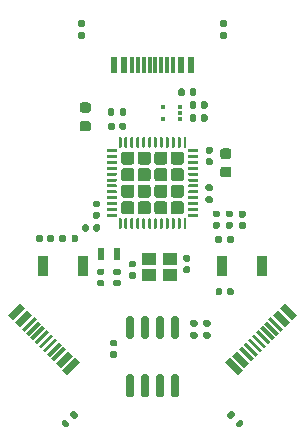
<source format=gtp>
G04 #@! TF.GenerationSoftware,KiCad,Pcbnew,(5.1.10-1-10_14)*
G04 #@! TF.CreationDate,2021-07-26T19:28:28-07:00*
G04 #@! TF.ProjectId,Synapse,53796e61-7073-4652-9e6b-696361645f70,1*
G04 #@! TF.SameCoordinates,Original*
G04 #@! TF.FileFunction,Paste,Top*
G04 #@! TF.FilePolarity,Positive*
%FSLAX46Y46*%
G04 Gerber Fmt 4.6, Leading zero omitted, Abs format (unit mm)*
G04 Created by KiCad (PCBNEW (5.1.10-1-10_14)) date 2021-07-26 19:28:28*
%MOMM*%
%LPD*%
G01*
G04 APERTURE LIST*
%ADD10C,0.152400*%
%ADD11R,0.450000X0.300000*%
%ADD12R,0.600000X1.450000*%
%ADD13R,0.300000X1.450000*%
%ADD14R,1.150000X1.000000*%
%ADD15R,0.600000X1.100000*%
%ADD16R,0.900000X1.700000*%
G04 APERTURE END LIST*
D10*
G36*
X11798370Y-9626440D02*
G01*
X10773066Y-8601136D01*
X11197330Y-8176872D01*
X12222634Y-9202176D01*
X11798370Y-9626440D01*
G37*
G36*
X11232685Y-10192125D02*
G01*
X10207381Y-9166821D01*
X10631645Y-8742557D01*
X11656949Y-9767861D01*
X11232685Y-10192125D01*
G37*
G36*
X7767861Y-13656949D02*
G01*
X6742557Y-12631645D01*
X7166821Y-12207381D01*
X8192125Y-13232685D01*
X7767861Y-13656949D01*
G37*
G36*
X7202176Y-14222634D02*
G01*
X6176872Y-13197330D01*
X6601136Y-12773066D01*
X7626440Y-13798370D01*
X7202176Y-14222634D01*
G37*
G36*
X7202176Y-14222634D02*
G01*
X6176872Y-13197330D01*
X6601136Y-12773066D01*
X7626440Y-13798370D01*
X7202176Y-14222634D01*
G37*
G36*
X7767861Y-13656949D02*
G01*
X6742557Y-12631645D01*
X7166821Y-12207381D01*
X8192125Y-13232685D01*
X7767861Y-13656949D01*
G37*
G36*
X11232685Y-10192125D02*
G01*
X10207381Y-9166821D01*
X10631645Y-8742557D01*
X11656949Y-9767861D01*
X11232685Y-10192125D01*
G37*
G36*
X11798370Y-9626440D02*
G01*
X10773066Y-8601136D01*
X11197330Y-8176872D01*
X12222634Y-9202176D01*
X11798370Y-9626440D01*
G37*
G36*
X8368902Y-13055908D02*
G01*
X7343598Y-12030604D01*
X7555730Y-11818472D01*
X8581034Y-12843776D01*
X8368902Y-13055908D01*
G37*
G36*
X8722456Y-12702355D02*
G01*
X7697152Y-11677051D01*
X7909284Y-11464919D01*
X8934588Y-12490223D01*
X8722456Y-12702355D01*
G37*
G36*
X9076009Y-12348801D02*
G01*
X8050705Y-11323497D01*
X8262837Y-11111365D01*
X9288141Y-12136669D01*
X9076009Y-12348801D01*
G37*
G36*
X9783116Y-11641694D02*
G01*
X8757812Y-10616390D01*
X8969944Y-10404258D01*
X9995248Y-11429562D01*
X9783116Y-11641694D01*
G37*
G36*
X10136669Y-11288141D02*
G01*
X9111365Y-10262837D01*
X9323497Y-10050705D01*
X10348801Y-11076009D01*
X10136669Y-11288141D01*
G37*
G36*
X10490223Y-10934588D02*
G01*
X9464919Y-9909284D01*
X9677051Y-9697152D01*
X10702355Y-10722456D01*
X10490223Y-10934588D01*
G37*
G36*
X10843776Y-10581034D02*
G01*
X9818472Y-9555730D01*
X10030604Y-9343598D01*
X11055908Y-10368902D01*
X10843776Y-10581034D01*
G37*
G36*
X9429562Y-11995248D02*
G01*
X8404258Y-10969944D01*
X8616390Y-10757812D01*
X9641694Y-11783116D01*
X9429562Y-11995248D01*
G37*
D11*
X900000Y8460000D03*
X2300000Y7960000D03*
X900000Y7460000D03*
X2300000Y8460000D03*
X2300000Y7460000D03*
D10*
G36*
X-7626440Y-13798370D02*
G01*
X-6601136Y-12773066D01*
X-6176872Y-13197330D01*
X-7202176Y-14222634D01*
X-7626440Y-13798370D01*
G37*
G36*
X-8192125Y-13232685D02*
G01*
X-7166821Y-12207381D01*
X-6742557Y-12631645D01*
X-7767861Y-13656949D01*
X-8192125Y-13232685D01*
G37*
G36*
X-11656949Y-9767861D02*
G01*
X-10631645Y-8742557D01*
X-10207381Y-9166821D01*
X-11232685Y-10192125D01*
X-11656949Y-9767861D01*
G37*
G36*
X-12222634Y-9202176D02*
G01*
X-11197330Y-8176872D01*
X-10773066Y-8601136D01*
X-11798370Y-9626440D01*
X-12222634Y-9202176D01*
G37*
G36*
X-12222634Y-9202176D02*
G01*
X-11197330Y-8176872D01*
X-10773066Y-8601136D01*
X-11798370Y-9626440D01*
X-12222634Y-9202176D01*
G37*
G36*
X-11656949Y-9767861D02*
G01*
X-10631645Y-8742557D01*
X-10207381Y-9166821D01*
X-11232685Y-10192125D01*
X-11656949Y-9767861D01*
G37*
G36*
X-8192125Y-13232685D02*
G01*
X-7166821Y-12207381D01*
X-6742557Y-12631645D01*
X-7767861Y-13656949D01*
X-8192125Y-13232685D01*
G37*
G36*
X-7626440Y-13798370D02*
G01*
X-6601136Y-12773066D01*
X-6176872Y-13197330D01*
X-7202176Y-14222634D01*
X-7626440Y-13798370D01*
G37*
G36*
X-11055908Y-10368902D02*
G01*
X-10030604Y-9343598D01*
X-9818472Y-9555730D01*
X-10843776Y-10581034D01*
X-11055908Y-10368902D01*
G37*
G36*
X-10702355Y-10722456D02*
G01*
X-9677051Y-9697152D01*
X-9464919Y-9909284D01*
X-10490223Y-10934588D01*
X-10702355Y-10722456D01*
G37*
G36*
X-10348801Y-11076009D02*
G01*
X-9323497Y-10050705D01*
X-9111365Y-10262837D01*
X-10136669Y-11288141D01*
X-10348801Y-11076009D01*
G37*
G36*
X-9641694Y-11783116D02*
G01*
X-8616390Y-10757812D01*
X-8404258Y-10969944D01*
X-9429562Y-11995248D01*
X-9641694Y-11783116D01*
G37*
G36*
X-9288141Y-12136669D02*
G01*
X-8262837Y-11111365D01*
X-8050705Y-11323497D01*
X-9076009Y-12348801D01*
X-9288141Y-12136669D01*
G37*
G36*
X-8934588Y-12490223D02*
G01*
X-7909284Y-11464919D01*
X-7697152Y-11677051D01*
X-8722456Y-12702355D01*
X-8934588Y-12490223D01*
G37*
G36*
X-8581034Y-12843776D02*
G01*
X-7555730Y-11818472D01*
X-7343598Y-12030604D01*
X-8368902Y-13055908D01*
X-8581034Y-12843776D01*
G37*
G36*
X-9995248Y-11429562D02*
G01*
X-8969944Y-10404258D01*
X-8757812Y-10616390D01*
X-9783116Y-11641694D01*
X-9995248Y-11429562D01*
G37*
D12*
X-3250000Y11955000D03*
X-2450000Y11955000D03*
X2450000Y11955000D03*
X3250000Y11955000D03*
X3250000Y11955000D03*
X2450000Y11955000D03*
X-2450000Y11955000D03*
X-3250000Y11955000D03*
D13*
X1750000Y11955000D03*
X1250000Y11955000D03*
X750000Y11955000D03*
X-250000Y11955000D03*
X-750000Y11955000D03*
X-1250000Y11955000D03*
X-1750000Y11955000D03*
X250000Y11955000D03*
D14*
X-275000Y-4400000D03*
X1475000Y-4400000D03*
X1475000Y-5800000D03*
X-275000Y-5800000D03*
D15*
X-3000000Y-4000000D03*
X-4400000Y-4000000D03*
G36*
G01*
X2415000Y3535000D02*
X1785000Y3535000D01*
G75*
G02*
X1535000Y3785000I0J250000D01*
G01*
X1535000Y4415000D01*
G75*
G02*
X1785000Y4665000I250000J0D01*
G01*
X2415000Y4665000D01*
G75*
G02*
X2665000Y4415000I0J-250000D01*
G01*
X2665000Y3785000D01*
G75*
G02*
X2415000Y3535000I-250000J0D01*
G01*
G37*
G36*
G01*
X1015000Y3535000D02*
X385000Y3535000D01*
G75*
G02*
X135000Y3785000I0J250000D01*
G01*
X135000Y4415000D01*
G75*
G02*
X385000Y4665000I250000J0D01*
G01*
X1015000Y4665000D01*
G75*
G02*
X1265000Y4415000I0J-250000D01*
G01*
X1265000Y3785000D01*
G75*
G02*
X1015000Y3535000I-250000J0D01*
G01*
G37*
G36*
G01*
X-385000Y3535000D02*
X-1015000Y3535000D01*
G75*
G02*
X-1265000Y3785000I0J250000D01*
G01*
X-1265000Y4415000D01*
G75*
G02*
X-1015000Y4665000I250000J0D01*
G01*
X-385000Y4665000D01*
G75*
G02*
X-135000Y4415000I0J-250000D01*
G01*
X-135000Y3785000D01*
G75*
G02*
X-385000Y3535000I-250000J0D01*
G01*
G37*
G36*
G01*
X-1785000Y3535000D02*
X-2415000Y3535000D01*
G75*
G02*
X-2665000Y3785000I0J250000D01*
G01*
X-2665000Y4415000D01*
G75*
G02*
X-2415000Y4665000I250000J0D01*
G01*
X-1785000Y4665000D01*
G75*
G02*
X-1535000Y4415000I0J-250000D01*
G01*
X-1535000Y3785000D01*
G75*
G02*
X-1785000Y3535000I-250000J0D01*
G01*
G37*
G36*
G01*
X2415000Y2135000D02*
X1785000Y2135000D01*
G75*
G02*
X1535000Y2385000I0J250000D01*
G01*
X1535000Y3015000D01*
G75*
G02*
X1785000Y3265000I250000J0D01*
G01*
X2415000Y3265000D01*
G75*
G02*
X2665000Y3015000I0J-250000D01*
G01*
X2665000Y2385000D01*
G75*
G02*
X2415000Y2135000I-250000J0D01*
G01*
G37*
G36*
G01*
X1015000Y2135000D02*
X385000Y2135000D01*
G75*
G02*
X135000Y2385000I0J250000D01*
G01*
X135000Y3015000D01*
G75*
G02*
X385000Y3265000I250000J0D01*
G01*
X1015000Y3265000D01*
G75*
G02*
X1265000Y3015000I0J-250000D01*
G01*
X1265000Y2385000D01*
G75*
G02*
X1015000Y2135000I-250000J0D01*
G01*
G37*
G36*
G01*
X-385000Y2135000D02*
X-1015000Y2135000D01*
G75*
G02*
X-1265000Y2385000I0J250000D01*
G01*
X-1265000Y3015000D01*
G75*
G02*
X-1015000Y3265000I250000J0D01*
G01*
X-385000Y3265000D01*
G75*
G02*
X-135000Y3015000I0J-250000D01*
G01*
X-135000Y2385000D01*
G75*
G02*
X-385000Y2135000I-250000J0D01*
G01*
G37*
G36*
G01*
X-1785000Y2135000D02*
X-2415000Y2135000D01*
G75*
G02*
X-2665000Y2385000I0J250000D01*
G01*
X-2665000Y3015000D01*
G75*
G02*
X-2415000Y3265000I250000J0D01*
G01*
X-1785000Y3265000D01*
G75*
G02*
X-1535000Y3015000I0J-250000D01*
G01*
X-1535000Y2385000D01*
G75*
G02*
X-1785000Y2135000I-250000J0D01*
G01*
G37*
G36*
G01*
X2415000Y735000D02*
X1785000Y735000D01*
G75*
G02*
X1535000Y985000I0J250000D01*
G01*
X1535000Y1615000D01*
G75*
G02*
X1785000Y1865000I250000J0D01*
G01*
X2415000Y1865000D01*
G75*
G02*
X2665000Y1615000I0J-250000D01*
G01*
X2665000Y985000D01*
G75*
G02*
X2415000Y735000I-250000J0D01*
G01*
G37*
G36*
G01*
X1015000Y735000D02*
X385000Y735000D01*
G75*
G02*
X135000Y985000I0J250000D01*
G01*
X135000Y1615000D01*
G75*
G02*
X385000Y1865000I250000J0D01*
G01*
X1015000Y1865000D01*
G75*
G02*
X1265000Y1615000I0J-250000D01*
G01*
X1265000Y985000D01*
G75*
G02*
X1015000Y735000I-250000J0D01*
G01*
G37*
G36*
G01*
X-385000Y735000D02*
X-1015000Y735000D01*
G75*
G02*
X-1265000Y985000I0J250000D01*
G01*
X-1265000Y1615000D01*
G75*
G02*
X-1015000Y1865000I250000J0D01*
G01*
X-385000Y1865000D01*
G75*
G02*
X-135000Y1615000I0J-250000D01*
G01*
X-135000Y985000D01*
G75*
G02*
X-385000Y735000I-250000J0D01*
G01*
G37*
G36*
G01*
X-1785000Y735000D02*
X-2415000Y735000D01*
G75*
G02*
X-2665000Y985000I0J250000D01*
G01*
X-2665000Y1615000D01*
G75*
G02*
X-2415000Y1865000I250000J0D01*
G01*
X-1785000Y1865000D01*
G75*
G02*
X-1535000Y1615000I0J-250000D01*
G01*
X-1535000Y985000D01*
G75*
G02*
X-1785000Y735000I-250000J0D01*
G01*
G37*
G36*
G01*
X2415000Y-665000D02*
X1785000Y-665000D01*
G75*
G02*
X1535000Y-415000I0J250000D01*
G01*
X1535000Y215000D01*
G75*
G02*
X1785000Y465000I250000J0D01*
G01*
X2415000Y465000D01*
G75*
G02*
X2665000Y215000I0J-250000D01*
G01*
X2665000Y-415000D01*
G75*
G02*
X2415000Y-665000I-250000J0D01*
G01*
G37*
G36*
G01*
X1015000Y-665000D02*
X385000Y-665000D01*
G75*
G02*
X135000Y-415000I0J250000D01*
G01*
X135000Y215000D01*
G75*
G02*
X385000Y465000I250000J0D01*
G01*
X1015000Y465000D01*
G75*
G02*
X1265000Y215000I0J-250000D01*
G01*
X1265000Y-415000D01*
G75*
G02*
X1015000Y-665000I-250000J0D01*
G01*
G37*
G36*
G01*
X-385000Y-665000D02*
X-1015000Y-665000D01*
G75*
G02*
X-1265000Y-415000I0J250000D01*
G01*
X-1265000Y215000D01*
G75*
G02*
X-1015000Y465000I250000J0D01*
G01*
X-385000Y465000D01*
G75*
G02*
X-135000Y215000I0J-250000D01*
G01*
X-135000Y-415000D01*
G75*
G02*
X-385000Y-665000I-250000J0D01*
G01*
G37*
G36*
G01*
X-1785000Y-665000D02*
X-2415000Y-665000D01*
G75*
G02*
X-2665000Y-415000I0J250000D01*
G01*
X-2665000Y215000D01*
G75*
G02*
X-2415000Y465000I250000J0D01*
G01*
X-1785000Y465000D01*
G75*
G02*
X-1535000Y215000I0J-250000D01*
G01*
X-1535000Y-415000D01*
G75*
G02*
X-1785000Y-665000I-250000J0D01*
G01*
G37*
G36*
G01*
X-3062500Y-875000D02*
X-3812500Y-875000D01*
G75*
G02*
X-3875000Y-812500I0J62500D01*
G01*
X-3875000Y-687500D01*
G75*
G02*
X-3812500Y-625000I62500J0D01*
G01*
X-3062500Y-625000D01*
G75*
G02*
X-3000000Y-687500I0J-62500D01*
G01*
X-3000000Y-812500D01*
G75*
G02*
X-3062500Y-875000I-62500J0D01*
G01*
G37*
G36*
G01*
X-3062500Y-375000D02*
X-3812500Y-375000D01*
G75*
G02*
X-3875000Y-312500I0J62500D01*
G01*
X-3875000Y-187500D01*
G75*
G02*
X-3812500Y-125000I62500J0D01*
G01*
X-3062500Y-125000D01*
G75*
G02*
X-3000000Y-187500I0J-62500D01*
G01*
X-3000000Y-312500D01*
G75*
G02*
X-3062500Y-375000I-62500J0D01*
G01*
G37*
G36*
G01*
X-3062500Y125000D02*
X-3812500Y125000D01*
G75*
G02*
X-3875000Y187500I0J62500D01*
G01*
X-3875000Y312500D01*
G75*
G02*
X-3812500Y375000I62500J0D01*
G01*
X-3062500Y375000D01*
G75*
G02*
X-3000000Y312500I0J-62500D01*
G01*
X-3000000Y187500D01*
G75*
G02*
X-3062500Y125000I-62500J0D01*
G01*
G37*
G36*
G01*
X-3062500Y625000D02*
X-3812500Y625000D01*
G75*
G02*
X-3875000Y687500I0J62500D01*
G01*
X-3875000Y812500D01*
G75*
G02*
X-3812500Y875000I62500J0D01*
G01*
X-3062500Y875000D01*
G75*
G02*
X-3000000Y812500I0J-62500D01*
G01*
X-3000000Y687500D01*
G75*
G02*
X-3062500Y625000I-62500J0D01*
G01*
G37*
G36*
G01*
X-3062500Y1125000D02*
X-3812500Y1125000D01*
G75*
G02*
X-3875000Y1187500I0J62500D01*
G01*
X-3875000Y1312500D01*
G75*
G02*
X-3812500Y1375000I62500J0D01*
G01*
X-3062500Y1375000D01*
G75*
G02*
X-3000000Y1312500I0J-62500D01*
G01*
X-3000000Y1187500D01*
G75*
G02*
X-3062500Y1125000I-62500J0D01*
G01*
G37*
G36*
G01*
X-3062500Y1625000D02*
X-3812500Y1625000D01*
G75*
G02*
X-3875000Y1687500I0J62500D01*
G01*
X-3875000Y1812500D01*
G75*
G02*
X-3812500Y1875000I62500J0D01*
G01*
X-3062500Y1875000D01*
G75*
G02*
X-3000000Y1812500I0J-62500D01*
G01*
X-3000000Y1687500D01*
G75*
G02*
X-3062500Y1625000I-62500J0D01*
G01*
G37*
G36*
G01*
X-3062500Y2125000D02*
X-3812500Y2125000D01*
G75*
G02*
X-3875000Y2187500I0J62500D01*
G01*
X-3875000Y2312500D01*
G75*
G02*
X-3812500Y2375000I62500J0D01*
G01*
X-3062500Y2375000D01*
G75*
G02*
X-3000000Y2312500I0J-62500D01*
G01*
X-3000000Y2187500D01*
G75*
G02*
X-3062500Y2125000I-62500J0D01*
G01*
G37*
G36*
G01*
X-3062500Y2625000D02*
X-3812500Y2625000D01*
G75*
G02*
X-3875000Y2687500I0J62500D01*
G01*
X-3875000Y2812500D01*
G75*
G02*
X-3812500Y2875000I62500J0D01*
G01*
X-3062500Y2875000D01*
G75*
G02*
X-3000000Y2812500I0J-62500D01*
G01*
X-3000000Y2687500D01*
G75*
G02*
X-3062500Y2625000I-62500J0D01*
G01*
G37*
G36*
G01*
X-3062500Y3125000D02*
X-3812500Y3125000D01*
G75*
G02*
X-3875000Y3187500I0J62500D01*
G01*
X-3875000Y3312500D01*
G75*
G02*
X-3812500Y3375000I62500J0D01*
G01*
X-3062500Y3375000D01*
G75*
G02*
X-3000000Y3312500I0J-62500D01*
G01*
X-3000000Y3187500D01*
G75*
G02*
X-3062500Y3125000I-62500J0D01*
G01*
G37*
G36*
G01*
X-3062500Y3625000D02*
X-3812500Y3625000D01*
G75*
G02*
X-3875000Y3687500I0J62500D01*
G01*
X-3875000Y3812500D01*
G75*
G02*
X-3812500Y3875000I62500J0D01*
G01*
X-3062500Y3875000D01*
G75*
G02*
X-3000000Y3812500I0J-62500D01*
G01*
X-3000000Y3687500D01*
G75*
G02*
X-3062500Y3625000I-62500J0D01*
G01*
G37*
G36*
G01*
X-3062500Y4125000D02*
X-3812500Y4125000D01*
G75*
G02*
X-3875000Y4187500I0J62500D01*
G01*
X-3875000Y4312500D01*
G75*
G02*
X-3812500Y4375000I62500J0D01*
G01*
X-3062500Y4375000D01*
G75*
G02*
X-3000000Y4312500I0J-62500D01*
G01*
X-3000000Y4187500D01*
G75*
G02*
X-3062500Y4125000I-62500J0D01*
G01*
G37*
G36*
G01*
X-3062500Y4625000D02*
X-3812500Y4625000D01*
G75*
G02*
X-3875000Y4687500I0J62500D01*
G01*
X-3875000Y4812500D01*
G75*
G02*
X-3812500Y4875000I62500J0D01*
G01*
X-3062500Y4875000D01*
G75*
G02*
X-3000000Y4812500I0J-62500D01*
G01*
X-3000000Y4687500D01*
G75*
G02*
X-3062500Y4625000I-62500J0D01*
G01*
G37*
G36*
G01*
X-2687500Y5000000D02*
X-2812500Y5000000D01*
G75*
G02*
X-2875000Y5062500I0J62500D01*
G01*
X-2875000Y5812500D01*
G75*
G02*
X-2812500Y5875000I62500J0D01*
G01*
X-2687500Y5875000D01*
G75*
G02*
X-2625000Y5812500I0J-62500D01*
G01*
X-2625000Y5062500D01*
G75*
G02*
X-2687500Y5000000I-62500J0D01*
G01*
G37*
G36*
G01*
X-2187500Y5000000D02*
X-2312500Y5000000D01*
G75*
G02*
X-2375000Y5062500I0J62500D01*
G01*
X-2375000Y5812500D01*
G75*
G02*
X-2312500Y5875000I62500J0D01*
G01*
X-2187500Y5875000D01*
G75*
G02*
X-2125000Y5812500I0J-62500D01*
G01*
X-2125000Y5062500D01*
G75*
G02*
X-2187500Y5000000I-62500J0D01*
G01*
G37*
G36*
G01*
X-1687500Y5000000D02*
X-1812500Y5000000D01*
G75*
G02*
X-1875000Y5062500I0J62500D01*
G01*
X-1875000Y5812500D01*
G75*
G02*
X-1812500Y5875000I62500J0D01*
G01*
X-1687500Y5875000D01*
G75*
G02*
X-1625000Y5812500I0J-62500D01*
G01*
X-1625000Y5062500D01*
G75*
G02*
X-1687500Y5000000I-62500J0D01*
G01*
G37*
G36*
G01*
X-1187500Y5000000D02*
X-1312500Y5000000D01*
G75*
G02*
X-1375000Y5062500I0J62500D01*
G01*
X-1375000Y5812500D01*
G75*
G02*
X-1312500Y5875000I62500J0D01*
G01*
X-1187500Y5875000D01*
G75*
G02*
X-1125000Y5812500I0J-62500D01*
G01*
X-1125000Y5062500D01*
G75*
G02*
X-1187500Y5000000I-62500J0D01*
G01*
G37*
G36*
G01*
X-687500Y5000000D02*
X-812500Y5000000D01*
G75*
G02*
X-875000Y5062500I0J62500D01*
G01*
X-875000Y5812500D01*
G75*
G02*
X-812500Y5875000I62500J0D01*
G01*
X-687500Y5875000D01*
G75*
G02*
X-625000Y5812500I0J-62500D01*
G01*
X-625000Y5062500D01*
G75*
G02*
X-687500Y5000000I-62500J0D01*
G01*
G37*
G36*
G01*
X-187500Y5000000D02*
X-312500Y5000000D01*
G75*
G02*
X-375000Y5062500I0J62500D01*
G01*
X-375000Y5812500D01*
G75*
G02*
X-312500Y5875000I62500J0D01*
G01*
X-187500Y5875000D01*
G75*
G02*
X-125000Y5812500I0J-62500D01*
G01*
X-125000Y5062500D01*
G75*
G02*
X-187500Y5000000I-62500J0D01*
G01*
G37*
G36*
G01*
X312500Y5000000D02*
X187500Y5000000D01*
G75*
G02*
X125000Y5062500I0J62500D01*
G01*
X125000Y5812500D01*
G75*
G02*
X187500Y5875000I62500J0D01*
G01*
X312500Y5875000D01*
G75*
G02*
X375000Y5812500I0J-62500D01*
G01*
X375000Y5062500D01*
G75*
G02*
X312500Y5000000I-62500J0D01*
G01*
G37*
G36*
G01*
X812500Y5000000D02*
X687500Y5000000D01*
G75*
G02*
X625000Y5062500I0J62500D01*
G01*
X625000Y5812500D01*
G75*
G02*
X687500Y5875000I62500J0D01*
G01*
X812500Y5875000D01*
G75*
G02*
X875000Y5812500I0J-62500D01*
G01*
X875000Y5062500D01*
G75*
G02*
X812500Y5000000I-62500J0D01*
G01*
G37*
G36*
G01*
X1312500Y5000000D02*
X1187500Y5000000D01*
G75*
G02*
X1125000Y5062500I0J62500D01*
G01*
X1125000Y5812500D01*
G75*
G02*
X1187500Y5875000I62500J0D01*
G01*
X1312500Y5875000D01*
G75*
G02*
X1375000Y5812500I0J-62500D01*
G01*
X1375000Y5062500D01*
G75*
G02*
X1312500Y5000000I-62500J0D01*
G01*
G37*
G36*
G01*
X1812500Y5000000D02*
X1687500Y5000000D01*
G75*
G02*
X1625000Y5062500I0J62500D01*
G01*
X1625000Y5812500D01*
G75*
G02*
X1687500Y5875000I62500J0D01*
G01*
X1812500Y5875000D01*
G75*
G02*
X1875000Y5812500I0J-62500D01*
G01*
X1875000Y5062500D01*
G75*
G02*
X1812500Y5000000I-62500J0D01*
G01*
G37*
G36*
G01*
X2312500Y5000000D02*
X2187500Y5000000D01*
G75*
G02*
X2125000Y5062500I0J62500D01*
G01*
X2125000Y5812500D01*
G75*
G02*
X2187500Y5875000I62500J0D01*
G01*
X2312500Y5875000D01*
G75*
G02*
X2375000Y5812500I0J-62500D01*
G01*
X2375000Y5062500D01*
G75*
G02*
X2312500Y5000000I-62500J0D01*
G01*
G37*
G36*
G01*
X2812500Y5000000D02*
X2687500Y5000000D01*
G75*
G02*
X2625000Y5062500I0J62500D01*
G01*
X2625000Y5812500D01*
G75*
G02*
X2687500Y5875000I62500J0D01*
G01*
X2812500Y5875000D01*
G75*
G02*
X2875000Y5812500I0J-62500D01*
G01*
X2875000Y5062500D01*
G75*
G02*
X2812500Y5000000I-62500J0D01*
G01*
G37*
G36*
G01*
X3812500Y4625000D02*
X3062500Y4625000D01*
G75*
G02*
X3000000Y4687500I0J62500D01*
G01*
X3000000Y4812500D01*
G75*
G02*
X3062500Y4875000I62500J0D01*
G01*
X3812500Y4875000D01*
G75*
G02*
X3875000Y4812500I0J-62500D01*
G01*
X3875000Y4687500D01*
G75*
G02*
X3812500Y4625000I-62500J0D01*
G01*
G37*
G36*
G01*
X3812500Y4125000D02*
X3062500Y4125000D01*
G75*
G02*
X3000000Y4187500I0J62500D01*
G01*
X3000000Y4312500D01*
G75*
G02*
X3062500Y4375000I62500J0D01*
G01*
X3812500Y4375000D01*
G75*
G02*
X3875000Y4312500I0J-62500D01*
G01*
X3875000Y4187500D01*
G75*
G02*
X3812500Y4125000I-62500J0D01*
G01*
G37*
G36*
G01*
X3812500Y3625000D02*
X3062500Y3625000D01*
G75*
G02*
X3000000Y3687500I0J62500D01*
G01*
X3000000Y3812500D01*
G75*
G02*
X3062500Y3875000I62500J0D01*
G01*
X3812500Y3875000D01*
G75*
G02*
X3875000Y3812500I0J-62500D01*
G01*
X3875000Y3687500D01*
G75*
G02*
X3812500Y3625000I-62500J0D01*
G01*
G37*
G36*
G01*
X3812500Y3125000D02*
X3062500Y3125000D01*
G75*
G02*
X3000000Y3187500I0J62500D01*
G01*
X3000000Y3312500D01*
G75*
G02*
X3062500Y3375000I62500J0D01*
G01*
X3812500Y3375000D01*
G75*
G02*
X3875000Y3312500I0J-62500D01*
G01*
X3875000Y3187500D01*
G75*
G02*
X3812500Y3125000I-62500J0D01*
G01*
G37*
G36*
G01*
X3812500Y2625000D02*
X3062500Y2625000D01*
G75*
G02*
X3000000Y2687500I0J62500D01*
G01*
X3000000Y2812500D01*
G75*
G02*
X3062500Y2875000I62500J0D01*
G01*
X3812500Y2875000D01*
G75*
G02*
X3875000Y2812500I0J-62500D01*
G01*
X3875000Y2687500D01*
G75*
G02*
X3812500Y2625000I-62500J0D01*
G01*
G37*
G36*
G01*
X3812500Y2125000D02*
X3062500Y2125000D01*
G75*
G02*
X3000000Y2187500I0J62500D01*
G01*
X3000000Y2312500D01*
G75*
G02*
X3062500Y2375000I62500J0D01*
G01*
X3812500Y2375000D01*
G75*
G02*
X3875000Y2312500I0J-62500D01*
G01*
X3875000Y2187500D01*
G75*
G02*
X3812500Y2125000I-62500J0D01*
G01*
G37*
G36*
G01*
X3812500Y1625000D02*
X3062500Y1625000D01*
G75*
G02*
X3000000Y1687500I0J62500D01*
G01*
X3000000Y1812500D01*
G75*
G02*
X3062500Y1875000I62500J0D01*
G01*
X3812500Y1875000D01*
G75*
G02*
X3875000Y1812500I0J-62500D01*
G01*
X3875000Y1687500D01*
G75*
G02*
X3812500Y1625000I-62500J0D01*
G01*
G37*
G36*
G01*
X3812500Y1125000D02*
X3062500Y1125000D01*
G75*
G02*
X3000000Y1187500I0J62500D01*
G01*
X3000000Y1312500D01*
G75*
G02*
X3062500Y1375000I62500J0D01*
G01*
X3812500Y1375000D01*
G75*
G02*
X3875000Y1312500I0J-62500D01*
G01*
X3875000Y1187500D01*
G75*
G02*
X3812500Y1125000I-62500J0D01*
G01*
G37*
G36*
G01*
X3812500Y625000D02*
X3062500Y625000D01*
G75*
G02*
X3000000Y687500I0J62500D01*
G01*
X3000000Y812500D01*
G75*
G02*
X3062500Y875000I62500J0D01*
G01*
X3812500Y875000D01*
G75*
G02*
X3875000Y812500I0J-62500D01*
G01*
X3875000Y687500D01*
G75*
G02*
X3812500Y625000I-62500J0D01*
G01*
G37*
G36*
G01*
X3812500Y125000D02*
X3062500Y125000D01*
G75*
G02*
X3000000Y187500I0J62500D01*
G01*
X3000000Y312500D01*
G75*
G02*
X3062500Y375000I62500J0D01*
G01*
X3812500Y375000D01*
G75*
G02*
X3875000Y312500I0J-62500D01*
G01*
X3875000Y187500D01*
G75*
G02*
X3812500Y125000I-62500J0D01*
G01*
G37*
G36*
G01*
X3812500Y-375000D02*
X3062500Y-375000D01*
G75*
G02*
X3000000Y-312500I0J62500D01*
G01*
X3000000Y-187500D01*
G75*
G02*
X3062500Y-125000I62500J0D01*
G01*
X3812500Y-125000D01*
G75*
G02*
X3875000Y-187500I0J-62500D01*
G01*
X3875000Y-312500D01*
G75*
G02*
X3812500Y-375000I-62500J0D01*
G01*
G37*
G36*
G01*
X3812500Y-875000D02*
X3062500Y-875000D01*
G75*
G02*
X3000000Y-812500I0J62500D01*
G01*
X3000000Y-687500D01*
G75*
G02*
X3062500Y-625000I62500J0D01*
G01*
X3812500Y-625000D01*
G75*
G02*
X3875000Y-687500I0J-62500D01*
G01*
X3875000Y-812500D01*
G75*
G02*
X3812500Y-875000I-62500J0D01*
G01*
G37*
G36*
G01*
X2812500Y-1875000D02*
X2687500Y-1875000D01*
G75*
G02*
X2625000Y-1812500I0J62500D01*
G01*
X2625000Y-1062500D01*
G75*
G02*
X2687500Y-1000000I62500J0D01*
G01*
X2812500Y-1000000D01*
G75*
G02*
X2875000Y-1062500I0J-62500D01*
G01*
X2875000Y-1812500D01*
G75*
G02*
X2812500Y-1875000I-62500J0D01*
G01*
G37*
G36*
G01*
X2312500Y-1875000D02*
X2187500Y-1875000D01*
G75*
G02*
X2125000Y-1812500I0J62500D01*
G01*
X2125000Y-1062500D01*
G75*
G02*
X2187500Y-1000000I62500J0D01*
G01*
X2312500Y-1000000D01*
G75*
G02*
X2375000Y-1062500I0J-62500D01*
G01*
X2375000Y-1812500D01*
G75*
G02*
X2312500Y-1875000I-62500J0D01*
G01*
G37*
G36*
G01*
X1812500Y-1875000D02*
X1687500Y-1875000D01*
G75*
G02*
X1625000Y-1812500I0J62500D01*
G01*
X1625000Y-1062500D01*
G75*
G02*
X1687500Y-1000000I62500J0D01*
G01*
X1812500Y-1000000D01*
G75*
G02*
X1875000Y-1062500I0J-62500D01*
G01*
X1875000Y-1812500D01*
G75*
G02*
X1812500Y-1875000I-62500J0D01*
G01*
G37*
G36*
G01*
X1312500Y-1875000D02*
X1187500Y-1875000D01*
G75*
G02*
X1125000Y-1812500I0J62500D01*
G01*
X1125000Y-1062500D01*
G75*
G02*
X1187500Y-1000000I62500J0D01*
G01*
X1312500Y-1000000D01*
G75*
G02*
X1375000Y-1062500I0J-62500D01*
G01*
X1375000Y-1812500D01*
G75*
G02*
X1312500Y-1875000I-62500J0D01*
G01*
G37*
G36*
G01*
X812500Y-1875000D02*
X687500Y-1875000D01*
G75*
G02*
X625000Y-1812500I0J62500D01*
G01*
X625000Y-1062500D01*
G75*
G02*
X687500Y-1000000I62500J0D01*
G01*
X812500Y-1000000D01*
G75*
G02*
X875000Y-1062500I0J-62500D01*
G01*
X875000Y-1812500D01*
G75*
G02*
X812500Y-1875000I-62500J0D01*
G01*
G37*
G36*
G01*
X312500Y-1875000D02*
X187500Y-1875000D01*
G75*
G02*
X125000Y-1812500I0J62500D01*
G01*
X125000Y-1062500D01*
G75*
G02*
X187500Y-1000000I62500J0D01*
G01*
X312500Y-1000000D01*
G75*
G02*
X375000Y-1062500I0J-62500D01*
G01*
X375000Y-1812500D01*
G75*
G02*
X312500Y-1875000I-62500J0D01*
G01*
G37*
G36*
G01*
X-187500Y-1875000D02*
X-312500Y-1875000D01*
G75*
G02*
X-375000Y-1812500I0J62500D01*
G01*
X-375000Y-1062500D01*
G75*
G02*
X-312500Y-1000000I62500J0D01*
G01*
X-187500Y-1000000D01*
G75*
G02*
X-125000Y-1062500I0J-62500D01*
G01*
X-125000Y-1812500D01*
G75*
G02*
X-187500Y-1875000I-62500J0D01*
G01*
G37*
G36*
G01*
X-687500Y-1875000D02*
X-812500Y-1875000D01*
G75*
G02*
X-875000Y-1812500I0J62500D01*
G01*
X-875000Y-1062500D01*
G75*
G02*
X-812500Y-1000000I62500J0D01*
G01*
X-687500Y-1000000D01*
G75*
G02*
X-625000Y-1062500I0J-62500D01*
G01*
X-625000Y-1812500D01*
G75*
G02*
X-687500Y-1875000I-62500J0D01*
G01*
G37*
G36*
G01*
X-1187500Y-1875000D02*
X-1312500Y-1875000D01*
G75*
G02*
X-1375000Y-1812500I0J62500D01*
G01*
X-1375000Y-1062500D01*
G75*
G02*
X-1312500Y-1000000I62500J0D01*
G01*
X-1187500Y-1000000D01*
G75*
G02*
X-1125000Y-1062500I0J-62500D01*
G01*
X-1125000Y-1812500D01*
G75*
G02*
X-1187500Y-1875000I-62500J0D01*
G01*
G37*
G36*
G01*
X-1687500Y-1875000D02*
X-1812500Y-1875000D01*
G75*
G02*
X-1875000Y-1812500I0J62500D01*
G01*
X-1875000Y-1062500D01*
G75*
G02*
X-1812500Y-1000000I62500J0D01*
G01*
X-1687500Y-1000000D01*
G75*
G02*
X-1625000Y-1062500I0J-62500D01*
G01*
X-1625000Y-1812500D01*
G75*
G02*
X-1687500Y-1875000I-62500J0D01*
G01*
G37*
G36*
G01*
X-2187500Y-1875000D02*
X-2312500Y-1875000D01*
G75*
G02*
X-2375000Y-1812500I0J62500D01*
G01*
X-2375000Y-1062500D01*
G75*
G02*
X-2312500Y-1000000I62500J0D01*
G01*
X-2187500Y-1000000D01*
G75*
G02*
X-2125000Y-1062500I0J-62500D01*
G01*
X-2125000Y-1812500D01*
G75*
G02*
X-2187500Y-1875000I-62500J0D01*
G01*
G37*
G36*
G01*
X-2687500Y-1875000D02*
X-2812500Y-1875000D01*
G75*
G02*
X-2875000Y-1812500I0J62500D01*
G01*
X-2875000Y-1062500D01*
G75*
G02*
X-2812500Y-1000000I62500J0D01*
G01*
X-2687500Y-1000000D01*
G75*
G02*
X-2625000Y-1062500I0J-62500D01*
G01*
X-2625000Y-1812500D01*
G75*
G02*
X-2687500Y-1875000I-62500J0D01*
G01*
G37*
G36*
G01*
X-1755000Y-11200000D02*
X-2055000Y-11200000D01*
G75*
G02*
X-2205000Y-11050000I0J150000D01*
G01*
X-2205000Y-9400000D01*
G75*
G02*
X-2055000Y-9250000I150000J0D01*
G01*
X-1755000Y-9250000D01*
G75*
G02*
X-1605000Y-9400000I0J-150000D01*
G01*
X-1605000Y-11050000D01*
G75*
G02*
X-1755000Y-11200000I-150000J0D01*
G01*
G37*
G36*
G01*
X-485000Y-11200000D02*
X-785000Y-11200000D01*
G75*
G02*
X-935000Y-11050000I0J150000D01*
G01*
X-935000Y-9400000D01*
G75*
G02*
X-785000Y-9250000I150000J0D01*
G01*
X-485000Y-9250000D01*
G75*
G02*
X-335000Y-9400000I0J-150000D01*
G01*
X-335000Y-11050000D01*
G75*
G02*
X-485000Y-11200000I-150000J0D01*
G01*
G37*
G36*
G01*
X785000Y-11200000D02*
X485000Y-11200000D01*
G75*
G02*
X335000Y-11050000I0J150000D01*
G01*
X335000Y-9400000D01*
G75*
G02*
X485000Y-9250000I150000J0D01*
G01*
X785000Y-9250000D01*
G75*
G02*
X935000Y-9400000I0J-150000D01*
G01*
X935000Y-11050000D01*
G75*
G02*
X785000Y-11200000I-150000J0D01*
G01*
G37*
G36*
G01*
X2055000Y-11200000D02*
X1755000Y-11200000D01*
G75*
G02*
X1605000Y-11050000I0J150000D01*
G01*
X1605000Y-9400000D01*
G75*
G02*
X1755000Y-9250000I150000J0D01*
G01*
X2055000Y-9250000D01*
G75*
G02*
X2205000Y-9400000I0J-150000D01*
G01*
X2205000Y-11050000D01*
G75*
G02*
X2055000Y-11200000I-150000J0D01*
G01*
G37*
G36*
G01*
X2055000Y-16150000D02*
X1755000Y-16150000D01*
G75*
G02*
X1605000Y-16000000I0J150000D01*
G01*
X1605000Y-14350000D01*
G75*
G02*
X1755000Y-14200000I150000J0D01*
G01*
X2055000Y-14200000D01*
G75*
G02*
X2205000Y-14350000I0J-150000D01*
G01*
X2205000Y-16000000D01*
G75*
G02*
X2055000Y-16150000I-150000J0D01*
G01*
G37*
G36*
G01*
X785000Y-16150000D02*
X485000Y-16150000D01*
G75*
G02*
X335000Y-16000000I0J150000D01*
G01*
X335000Y-14350000D01*
G75*
G02*
X485000Y-14200000I150000J0D01*
G01*
X785000Y-14200000D01*
G75*
G02*
X935000Y-14350000I0J-150000D01*
G01*
X935000Y-16000000D01*
G75*
G02*
X785000Y-16150000I-150000J0D01*
G01*
G37*
G36*
G01*
X-485000Y-16150000D02*
X-785000Y-16150000D01*
G75*
G02*
X-935000Y-16000000I0J150000D01*
G01*
X-935000Y-14350000D01*
G75*
G02*
X-785000Y-14200000I150000J0D01*
G01*
X-485000Y-14200000D01*
G75*
G02*
X-335000Y-14350000I0J-150000D01*
G01*
X-335000Y-16000000D01*
G75*
G02*
X-485000Y-16150000I-150000J0D01*
G01*
G37*
G36*
G01*
X-1755000Y-16150000D02*
X-2055000Y-16150000D01*
G75*
G02*
X-2205000Y-16000000I0J150000D01*
G01*
X-2205000Y-14350000D01*
G75*
G02*
X-2055000Y-14200000I150000J0D01*
G01*
X-1755000Y-14200000D01*
G75*
G02*
X-1605000Y-14350000I0J-150000D01*
G01*
X-1605000Y-16000000D01*
G75*
G02*
X-1755000Y-16150000I-150000J0D01*
G01*
G37*
D16*
X9300000Y-5000000D03*
X5900000Y-5000000D03*
X-5900000Y-5000000D03*
X-9300000Y-5000000D03*
G36*
G01*
X-6185000Y15780000D02*
X-5815000Y15780000D01*
G75*
G02*
X-5680000Y15645000I0J-135000D01*
G01*
X-5680000Y15375000D01*
G75*
G02*
X-5815000Y15240000I-135000J0D01*
G01*
X-6185000Y15240000D01*
G75*
G02*
X-6320000Y15375000I0J135000D01*
G01*
X-6320000Y15645000D01*
G75*
G02*
X-6185000Y15780000I135000J0D01*
G01*
G37*
G36*
G01*
X-6185000Y14760000D02*
X-5815000Y14760000D01*
G75*
G02*
X-5680000Y14625000I0J-135000D01*
G01*
X-5680000Y14355000D01*
G75*
G02*
X-5815000Y14220000I-135000J0D01*
G01*
X-6185000Y14220000D01*
G75*
G02*
X-6320000Y14355000I0J135000D01*
G01*
X-6320000Y14625000D01*
G75*
G02*
X-6185000Y14760000I135000J0D01*
G01*
G37*
G36*
G01*
X7038891Y-18300520D02*
X7300520Y-18038891D01*
G75*
G02*
X7491438Y-18038891I95459J-95459D01*
G01*
X7682357Y-18229810D01*
G75*
G02*
X7682357Y-18420728I-95459J-95459D01*
G01*
X7420728Y-18682357D01*
G75*
G02*
X7229810Y-18682357I-95459J95459D01*
G01*
X7038891Y-18491438D01*
G75*
G02*
X7038891Y-18300520I95459J95459D01*
G01*
G37*
G36*
G01*
X6317643Y-17579272D02*
X6579272Y-17317643D01*
G75*
G02*
X6770190Y-17317643I95459J-95459D01*
G01*
X6961109Y-17508562D01*
G75*
G02*
X6961109Y-17699480I-95459J-95459D01*
G01*
X6699480Y-17961109D01*
G75*
G02*
X6508562Y-17961109I-95459J95459D01*
G01*
X6317643Y-17770190D01*
G75*
G02*
X6317643Y-17579272I95459J95459D01*
G01*
G37*
G36*
G01*
X-7300520Y-18038891D02*
X-7038891Y-18300520D01*
G75*
G02*
X-7038891Y-18491438I-95459J-95459D01*
G01*
X-7229810Y-18682357D01*
G75*
G02*
X-7420728Y-18682357I-95459J95459D01*
G01*
X-7682357Y-18420728D01*
G75*
G02*
X-7682357Y-18229810I95459J95459D01*
G01*
X-7491438Y-18038891D01*
G75*
G02*
X-7300520Y-18038891I95459J-95459D01*
G01*
G37*
G36*
G01*
X-6579272Y-17317643D02*
X-6317643Y-17579272D01*
G75*
G02*
X-6317643Y-17770190I-95459J-95459D01*
G01*
X-6508562Y-17961109D01*
G75*
G02*
X-6699480Y-17961109I-95459J95459D01*
G01*
X-6961109Y-17699480D01*
G75*
G02*
X-6961109Y-17508562I95459J95459D01*
G01*
X-6770190Y-17317643D01*
G75*
G02*
X-6579272Y-17317643I95459J-95459D01*
G01*
G37*
G36*
G01*
X5815000Y14760000D02*
X6185000Y14760000D01*
G75*
G02*
X6320000Y14625000I0J-135000D01*
G01*
X6320000Y14355000D01*
G75*
G02*
X6185000Y14220000I-135000J0D01*
G01*
X5815000Y14220000D01*
G75*
G02*
X5680000Y14355000I0J135000D01*
G01*
X5680000Y14625000D01*
G75*
G02*
X5815000Y14760000I135000J0D01*
G01*
G37*
G36*
G01*
X5815000Y15780000D02*
X6185000Y15780000D01*
G75*
G02*
X6320000Y15645000I0J-135000D01*
G01*
X6320000Y15375000D01*
G75*
G02*
X6185000Y15240000I-135000J0D01*
G01*
X5815000Y15240000D01*
G75*
G02*
X5680000Y15375000I0J135000D01*
G01*
X5680000Y15645000D01*
G75*
G02*
X5815000Y15780000I135000J0D01*
G01*
G37*
G36*
G01*
X3315000Y-10640000D02*
X3685000Y-10640000D01*
G75*
G02*
X3820000Y-10775000I0J-135000D01*
G01*
X3820000Y-11045000D01*
G75*
G02*
X3685000Y-11180000I-135000J0D01*
G01*
X3315000Y-11180000D01*
G75*
G02*
X3180000Y-11045000I0J135000D01*
G01*
X3180000Y-10775000D01*
G75*
G02*
X3315000Y-10640000I135000J0D01*
G01*
G37*
G36*
G01*
X3315000Y-9620000D02*
X3685000Y-9620000D01*
G75*
G02*
X3820000Y-9755000I0J-135000D01*
G01*
X3820000Y-10025000D01*
G75*
G02*
X3685000Y-10160000I-135000J0D01*
G01*
X3315000Y-10160000D01*
G75*
G02*
X3180000Y-10025000I0J135000D01*
G01*
X3180000Y-9755000D01*
G75*
G02*
X3315000Y-9620000I135000J0D01*
G01*
G37*
G36*
G01*
X4785000Y-10160000D02*
X4415000Y-10160000D01*
G75*
G02*
X4280000Y-10025000I0J135000D01*
G01*
X4280000Y-9755000D01*
G75*
G02*
X4415000Y-9620000I135000J0D01*
G01*
X4785000Y-9620000D01*
G75*
G02*
X4920000Y-9755000I0J-135000D01*
G01*
X4920000Y-10025000D01*
G75*
G02*
X4785000Y-10160000I-135000J0D01*
G01*
G37*
G36*
G01*
X4785000Y-11180000D02*
X4415000Y-11180000D01*
G75*
G02*
X4280000Y-11045000I0J135000D01*
G01*
X4280000Y-10775000D01*
G75*
G02*
X4415000Y-10640000I135000J0D01*
G01*
X4785000Y-10640000D01*
G75*
G02*
X4920000Y-10775000I0J-135000D01*
G01*
X4920000Y-11045000D01*
G75*
G02*
X4785000Y-11180000I-135000J0D01*
G01*
G37*
G36*
G01*
X6340000Y-2985000D02*
X6340000Y-2615000D01*
G75*
G02*
X6475000Y-2480000I135000J0D01*
G01*
X6745000Y-2480000D01*
G75*
G02*
X6880000Y-2615000I0J-135000D01*
G01*
X6880000Y-2985000D01*
G75*
G02*
X6745000Y-3120000I-135000J0D01*
G01*
X6475000Y-3120000D01*
G75*
G02*
X6340000Y-2985000I0J135000D01*
G01*
G37*
G36*
G01*
X5320000Y-2985000D02*
X5320000Y-2615000D01*
G75*
G02*
X5455000Y-2480000I135000J0D01*
G01*
X5725000Y-2480000D01*
G75*
G02*
X5860000Y-2615000I0J-135000D01*
G01*
X5860000Y-2985000D01*
G75*
G02*
X5725000Y-3120000I-135000J0D01*
G01*
X5455000Y-3120000D01*
G75*
G02*
X5320000Y-2985000I0J135000D01*
G01*
G37*
G36*
G01*
X-3240000Y8185000D02*
X-3240000Y7815000D01*
G75*
G02*
X-3375000Y7680000I-135000J0D01*
G01*
X-3645000Y7680000D01*
G75*
G02*
X-3780000Y7815000I0J135000D01*
G01*
X-3780000Y8185000D01*
G75*
G02*
X-3645000Y8320000I135000J0D01*
G01*
X-3375000Y8320000D01*
G75*
G02*
X-3240000Y8185000I0J-135000D01*
G01*
G37*
G36*
G01*
X-2220000Y8185000D02*
X-2220000Y7815000D01*
G75*
G02*
X-2355000Y7680000I-135000J0D01*
G01*
X-2625000Y7680000D01*
G75*
G02*
X-2760000Y7815000I0J135000D01*
G01*
X-2760000Y8185000D01*
G75*
G02*
X-2625000Y8320000I135000J0D01*
G01*
X-2355000Y8320000D01*
G75*
G02*
X-2220000Y8185000I0J-135000D01*
G01*
G37*
G36*
G01*
X-7340000Y-2515000D02*
X-7340000Y-2885000D01*
G75*
G02*
X-7475000Y-3020000I-135000J0D01*
G01*
X-7745000Y-3020000D01*
G75*
G02*
X-7880000Y-2885000I0J135000D01*
G01*
X-7880000Y-2515000D01*
G75*
G02*
X-7745000Y-2380000I135000J0D01*
G01*
X-7475000Y-2380000D01*
G75*
G02*
X-7340000Y-2515000I0J-135000D01*
G01*
G37*
G36*
G01*
X-6320000Y-2515000D02*
X-6320000Y-2885000D01*
G75*
G02*
X-6455000Y-3020000I-135000J0D01*
G01*
X-6725000Y-3020000D01*
G75*
G02*
X-6860000Y-2885000I0J135000D01*
G01*
X-6860000Y-2515000D01*
G75*
G02*
X-6725000Y-2380000I135000J0D01*
G01*
X-6455000Y-2380000D01*
G75*
G02*
X-6320000Y-2515000I0J-135000D01*
G01*
G37*
G36*
G01*
X4615000Y860000D02*
X4985000Y860000D01*
G75*
G02*
X5120000Y725000I0J-135000D01*
G01*
X5120000Y455000D01*
G75*
G02*
X4985000Y320000I-135000J0D01*
G01*
X4615000Y320000D01*
G75*
G02*
X4480000Y455000I0J135000D01*
G01*
X4480000Y725000D01*
G75*
G02*
X4615000Y860000I135000J0D01*
G01*
G37*
G36*
G01*
X4615000Y1880000D02*
X4985000Y1880000D01*
G75*
G02*
X5120000Y1745000I0J-135000D01*
G01*
X5120000Y1475000D01*
G75*
G02*
X4985000Y1340000I-135000J0D01*
G01*
X4615000Y1340000D01*
G75*
G02*
X4480000Y1475000I0J135000D01*
G01*
X4480000Y1745000D01*
G75*
G02*
X4615000Y1880000I135000J0D01*
G01*
G37*
G36*
G01*
X2750000Y9872500D02*
X2750000Y9527500D01*
G75*
G02*
X2602500Y9380000I-147500J0D01*
G01*
X2307500Y9380000D01*
G75*
G02*
X2160000Y9527500I0J147500D01*
G01*
X2160000Y9872500D01*
G75*
G02*
X2307500Y10020000I147500J0D01*
G01*
X2602500Y10020000D01*
G75*
G02*
X2750000Y9872500I0J-147500D01*
G01*
G37*
G36*
G01*
X3720000Y9872500D02*
X3720000Y9527500D01*
G75*
G02*
X3572500Y9380000I-147500J0D01*
G01*
X3277500Y9380000D01*
G75*
G02*
X3130000Y9527500I0J147500D01*
G01*
X3130000Y9872500D01*
G75*
G02*
X3277500Y10020000I147500J0D01*
G01*
X3572500Y10020000D01*
G75*
G02*
X3720000Y9872500I0J-147500D01*
G01*
G37*
G36*
G01*
X7772500Y-930000D02*
X7427500Y-930000D01*
G75*
G02*
X7280000Y-782500I0J147500D01*
G01*
X7280000Y-487500D01*
G75*
G02*
X7427500Y-340000I147500J0D01*
G01*
X7772500Y-340000D01*
G75*
G02*
X7920000Y-487500I0J-147500D01*
G01*
X7920000Y-782500D01*
G75*
G02*
X7772500Y-930000I-147500J0D01*
G01*
G37*
G36*
G01*
X7772500Y-1900000D02*
X7427500Y-1900000D01*
G75*
G02*
X7280000Y-1752500I0J147500D01*
G01*
X7280000Y-1457500D01*
G75*
G02*
X7427500Y-1310000I147500J0D01*
G01*
X7772500Y-1310000D01*
G75*
G02*
X7920000Y-1457500I0J-147500D01*
G01*
X7920000Y-1752500D01*
G75*
G02*
X7772500Y-1900000I-147500J0D01*
G01*
G37*
G36*
G01*
X-5956250Y7250000D02*
X-5443750Y7250000D01*
G75*
G02*
X-5225000Y7031250I0J-218750D01*
G01*
X-5225000Y6593750D01*
G75*
G02*
X-5443750Y6375000I-218750J0D01*
G01*
X-5956250Y6375000D01*
G75*
G02*
X-6175000Y6593750I0J218750D01*
G01*
X-6175000Y7031250D01*
G75*
G02*
X-5956250Y7250000I218750J0D01*
G01*
G37*
G36*
G01*
X-5956250Y8825000D02*
X-5443750Y8825000D01*
G75*
G02*
X-5225000Y8606250I0J-218750D01*
G01*
X-5225000Y8168750D01*
G75*
G02*
X-5443750Y7950000I-218750J0D01*
G01*
X-5956250Y7950000D01*
G75*
G02*
X-6175000Y8168750I0J218750D01*
G01*
X-6175000Y8606250D01*
G75*
G02*
X-5956250Y8825000I218750J0D01*
G01*
G37*
G36*
G01*
X5900000Y-7030000D02*
X5900000Y-7370000D01*
G75*
G02*
X5760000Y-7510000I-140000J0D01*
G01*
X5480000Y-7510000D01*
G75*
G02*
X5340000Y-7370000I0J140000D01*
G01*
X5340000Y-7030000D01*
G75*
G02*
X5480000Y-6890000I140000J0D01*
G01*
X5760000Y-6890000D01*
G75*
G02*
X5900000Y-7030000I0J-140000D01*
G01*
G37*
G36*
G01*
X6860000Y-7030000D02*
X6860000Y-7370000D01*
G75*
G02*
X6720000Y-7510000I-140000J0D01*
G01*
X6440000Y-7510000D01*
G75*
G02*
X6300000Y-7370000I0J140000D01*
G01*
X6300000Y-7030000D01*
G75*
G02*
X6440000Y-6890000I140000J0D01*
G01*
X6720000Y-6890000D01*
G75*
G02*
X6860000Y-7030000I0J-140000D01*
G01*
G37*
G36*
G01*
X-4440000Y-1630000D02*
X-4440000Y-1970000D01*
G75*
G02*
X-4580000Y-2110000I-140000J0D01*
G01*
X-4860000Y-2110000D01*
G75*
G02*
X-5000000Y-1970000I0J140000D01*
G01*
X-5000000Y-1630000D01*
G75*
G02*
X-4860000Y-1490000I140000J0D01*
G01*
X-4580000Y-1490000D01*
G75*
G02*
X-4440000Y-1630000I0J-140000D01*
G01*
G37*
G36*
G01*
X-5400000Y-1630000D02*
X-5400000Y-1970000D01*
G75*
G02*
X-5540000Y-2110000I-140000J0D01*
G01*
X-5820000Y-2110000D01*
G75*
G02*
X-5960000Y-1970000I0J140000D01*
G01*
X-5960000Y-1630000D01*
G75*
G02*
X-5820000Y-1490000I140000J0D01*
G01*
X-5540000Y-1490000D01*
G75*
G02*
X-5400000Y-1630000I0J-140000D01*
G01*
G37*
G36*
G01*
X-3170000Y-6200000D02*
X-2830000Y-6200000D01*
G75*
G02*
X-2690000Y-6340000I0J-140000D01*
G01*
X-2690000Y-6620000D01*
G75*
G02*
X-2830000Y-6760000I-140000J0D01*
G01*
X-3170000Y-6760000D01*
G75*
G02*
X-3310000Y-6620000I0J140000D01*
G01*
X-3310000Y-6340000D01*
G75*
G02*
X-3170000Y-6200000I140000J0D01*
G01*
G37*
G36*
G01*
X-3170000Y-5240000D02*
X-2830000Y-5240000D01*
G75*
G02*
X-2690000Y-5380000I0J-140000D01*
G01*
X-2690000Y-5660000D01*
G75*
G02*
X-2830000Y-5800000I-140000J0D01*
G01*
X-3170000Y-5800000D01*
G75*
G02*
X-3310000Y-5660000I0J140000D01*
G01*
X-3310000Y-5380000D01*
G75*
G02*
X-3170000Y-5240000I140000J0D01*
G01*
G37*
G36*
G01*
X-4570000Y-6200000D02*
X-4230000Y-6200000D01*
G75*
G02*
X-4090000Y-6340000I0J-140000D01*
G01*
X-4090000Y-6620000D01*
G75*
G02*
X-4230000Y-6760000I-140000J0D01*
G01*
X-4570000Y-6760000D01*
G75*
G02*
X-4710000Y-6620000I0J140000D01*
G01*
X-4710000Y-6340000D01*
G75*
G02*
X-4570000Y-6200000I140000J0D01*
G01*
G37*
G36*
G01*
X-4570000Y-5240000D02*
X-4230000Y-5240000D01*
G75*
G02*
X-4090000Y-5380000I0J-140000D01*
G01*
X-4090000Y-5660000D01*
G75*
G02*
X-4230000Y-5800000I-140000J0D01*
G01*
X-4570000Y-5800000D01*
G75*
G02*
X-4710000Y-5660000I0J140000D01*
G01*
X-4710000Y-5380000D01*
G75*
G02*
X-4570000Y-5240000I140000J0D01*
G01*
G37*
G36*
G01*
X6330000Y-1300000D02*
X6670000Y-1300000D01*
G75*
G02*
X6810000Y-1440000I0J-140000D01*
G01*
X6810000Y-1720000D01*
G75*
G02*
X6670000Y-1860000I-140000J0D01*
G01*
X6330000Y-1860000D01*
G75*
G02*
X6190000Y-1720000I0J140000D01*
G01*
X6190000Y-1440000D01*
G75*
G02*
X6330000Y-1300000I140000J0D01*
G01*
G37*
G36*
G01*
X6330000Y-340000D02*
X6670000Y-340000D01*
G75*
G02*
X6810000Y-480000I0J-140000D01*
G01*
X6810000Y-760000D01*
G75*
G02*
X6670000Y-900000I-140000J0D01*
G01*
X6330000Y-900000D01*
G75*
G02*
X6190000Y-760000I0J140000D01*
G01*
X6190000Y-480000D01*
G75*
G02*
X6330000Y-340000I140000J0D01*
G01*
G37*
G36*
G01*
X5230000Y-1300000D02*
X5570000Y-1300000D01*
G75*
G02*
X5710000Y-1440000I0J-140000D01*
G01*
X5710000Y-1720000D01*
G75*
G02*
X5570000Y-1860000I-140000J0D01*
G01*
X5230000Y-1860000D01*
G75*
G02*
X5090000Y-1720000I0J140000D01*
G01*
X5090000Y-1440000D01*
G75*
G02*
X5230000Y-1300000I140000J0D01*
G01*
G37*
G36*
G01*
X5230000Y-340000D02*
X5570000Y-340000D01*
G75*
G02*
X5710000Y-480000I0J-140000D01*
G01*
X5710000Y-760000D01*
G75*
G02*
X5570000Y-900000I-140000J0D01*
G01*
X5230000Y-900000D01*
G75*
G02*
X5090000Y-760000I0J140000D01*
G01*
X5090000Y-480000D01*
G75*
G02*
X5230000Y-340000I140000J0D01*
G01*
G37*
G36*
G01*
X-9300000Y-2530000D02*
X-9300000Y-2870000D01*
G75*
G02*
X-9440000Y-3010000I-140000J0D01*
G01*
X-9720000Y-3010000D01*
G75*
G02*
X-9860000Y-2870000I0J140000D01*
G01*
X-9860000Y-2530000D01*
G75*
G02*
X-9720000Y-2390000I140000J0D01*
G01*
X-9440000Y-2390000D01*
G75*
G02*
X-9300000Y-2530000I0J-140000D01*
G01*
G37*
G36*
G01*
X-8340000Y-2530000D02*
X-8340000Y-2870000D01*
G75*
G02*
X-8480000Y-3010000I-140000J0D01*
G01*
X-8760000Y-3010000D01*
G75*
G02*
X-8900000Y-2870000I0J140000D01*
G01*
X-8900000Y-2530000D01*
G75*
G02*
X-8760000Y-2390000I140000J0D01*
G01*
X-8480000Y-2390000D01*
G75*
G02*
X-8340000Y-2530000I0J-140000D01*
G01*
G37*
G36*
G01*
X2730000Y-5050000D02*
X3070000Y-5050000D01*
G75*
G02*
X3210000Y-5190000I0J-140000D01*
G01*
X3210000Y-5470000D01*
G75*
G02*
X3070000Y-5610000I-140000J0D01*
G01*
X2730000Y-5610000D01*
G75*
G02*
X2590000Y-5470000I0J140000D01*
G01*
X2590000Y-5190000D01*
G75*
G02*
X2730000Y-5050000I140000J0D01*
G01*
G37*
G36*
G01*
X2730000Y-4090000D02*
X3070000Y-4090000D01*
G75*
G02*
X3210000Y-4230000I0J-140000D01*
G01*
X3210000Y-4510000D01*
G75*
G02*
X3070000Y-4650000I-140000J0D01*
G01*
X2730000Y-4650000D01*
G75*
G02*
X2590000Y-4510000I0J140000D01*
G01*
X2590000Y-4230000D01*
G75*
G02*
X2730000Y-4090000I140000J0D01*
G01*
G37*
G36*
G01*
X-1530000Y-5150000D02*
X-1870000Y-5150000D01*
G75*
G02*
X-2010000Y-5010000I0J140000D01*
G01*
X-2010000Y-4730000D01*
G75*
G02*
X-1870000Y-4590000I140000J0D01*
G01*
X-1530000Y-4590000D01*
G75*
G02*
X-1390000Y-4730000I0J-140000D01*
G01*
X-1390000Y-5010000D01*
G75*
G02*
X-1530000Y-5150000I-140000J0D01*
G01*
G37*
G36*
G01*
X-1530000Y-6110000D02*
X-1870000Y-6110000D01*
G75*
G02*
X-2010000Y-5970000I0J140000D01*
G01*
X-2010000Y-5690000D01*
G75*
G02*
X-1870000Y-5550000I140000J0D01*
G01*
X-1530000Y-5550000D01*
G75*
G02*
X-1390000Y-5690000I0J-140000D01*
G01*
X-1390000Y-5970000D01*
G75*
G02*
X-1530000Y-6110000I-140000J0D01*
G01*
G37*
G36*
G01*
X-4580000Y-1010000D02*
X-4920000Y-1010000D01*
G75*
G02*
X-5060000Y-870000I0J140000D01*
G01*
X-5060000Y-590000D01*
G75*
G02*
X-4920000Y-450000I140000J0D01*
G01*
X-4580000Y-450000D01*
G75*
G02*
X-4440000Y-590000I0J-140000D01*
G01*
X-4440000Y-870000D01*
G75*
G02*
X-4580000Y-1010000I-140000J0D01*
G01*
G37*
G36*
G01*
X-4580000Y-50000D02*
X-4920000Y-50000D01*
G75*
G02*
X-5060000Y90000I0J140000D01*
G01*
X-5060000Y370000D01*
G75*
G02*
X-4920000Y510000I140000J0D01*
G01*
X-4580000Y510000D01*
G75*
G02*
X-4440000Y370000I0J-140000D01*
G01*
X-4440000Y90000D01*
G75*
G02*
X-4580000Y-50000I-140000J0D01*
G01*
G37*
G36*
G01*
X-2800000Y6630000D02*
X-2800000Y6970000D01*
G75*
G02*
X-2660000Y7110000I140000J0D01*
G01*
X-2380000Y7110000D01*
G75*
G02*
X-2240000Y6970000I0J-140000D01*
G01*
X-2240000Y6630000D01*
G75*
G02*
X-2380000Y6490000I-140000J0D01*
G01*
X-2660000Y6490000D01*
G75*
G02*
X-2800000Y6630000I0J140000D01*
G01*
G37*
G36*
G01*
X-3760000Y6630000D02*
X-3760000Y6970000D01*
G75*
G02*
X-3620000Y7110000I140000J0D01*
G01*
X-3340000Y7110000D01*
G75*
G02*
X-3200000Y6970000I0J-140000D01*
G01*
X-3200000Y6630000D01*
G75*
G02*
X-3340000Y6490000I-140000J0D01*
G01*
X-3620000Y6490000D01*
G75*
G02*
X-3760000Y6630000I0J140000D01*
G01*
G37*
G36*
G01*
X4630000Y4075000D02*
X4970000Y4075000D01*
G75*
G02*
X5110000Y3935000I0J-140000D01*
G01*
X5110000Y3655000D01*
G75*
G02*
X4970000Y3515000I-140000J0D01*
G01*
X4630000Y3515000D01*
G75*
G02*
X4490000Y3655000I0J140000D01*
G01*
X4490000Y3935000D01*
G75*
G02*
X4630000Y4075000I140000J0D01*
G01*
G37*
G36*
G01*
X4630000Y5035000D02*
X4970000Y5035000D01*
G75*
G02*
X5110000Y4895000I0J-140000D01*
G01*
X5110000Y4615000D01*
G75*
G02*
X4970000Y4475000I-140000J0D01*
G01*
X4630000Y4475000D01*
G75*
G02*
X4490000Y4615000I0J140000D01*
G01*
X4490000Y4895000D01*
G75*
G02*
X4630000Y5035000I140000J0D01*
G01*
G37*
G36*
G01*
X5950000Y3375000D02*
X6450000Y3375000D01*
G75*
G02*
X6675000Y3150000I0J-225000D01*
G01*
X6675000Y2700000D01*
G75*
G02*
X6450000Y2475000I-225000J0D01*
G01*
X5950000Y2475000D01*
G75*
G02*
X5725000Y2700000I0J225000D01*
G01*
X5725000Y3150000D01*
G75*
G02*
X5950000Y3375000I225000J0D01*
G01*
G37*
G36*
G01*
X5950000Y4925000D02*
X6450000Y4925000D01*
G75*
G02*
X6675000Y4700000I0J-225000D01*
G01*
X6675000Y4250000D01*
G75*
G02*
X6450000Y4025000I-225000J0D01*
G01*
X5950000Y4025000D01*
G75*
G02*
X5725000Y4250000I0J225000D01*
G01*
X5725000Y4700000D01*
G75*
G02*
X5950000Y4925000I225000J0D01*
G01*
G37*
G36*
G01*
X-3110000Y-11840000D02*
X-3450000Y-11840000D01*
G75*
G02*
X-3590000Y-11700000I0J140000D01*
G01*
X-3590000Y-11420000D01*
G75*
G02*
X-3450000Y-11280000I140000J0D01*
G01*
X-3110000Y-11280000D01*
G75*
G02*
X-2970000Y-11420000I0J-140000D01*
G01*
X-2970000Y-11700000D01*
G75*
G02*
X-3110000Y-11840000I-140000J0D01*
G01*
G37*
G36*
G01*
X-3110000Y-12800000D02*
X-3450000Y-12800000D01*
G75*
G02*
X-3590000Y-12660000I0J140000D01*
G01*
X-3590000Y-12380000D01*
G75*
G02*
X-3450000Y-12240000I140000J0D01*
G01*
X-3110000Y-12240000D01*
G75*
G02*
X-2970000Y-12380000I0J-140000D01*
G01*
X-2970000Y-12660000D01*
G75*
G02*
X-3110000Y-12800000I-140000J0D01*
G01*
G37*
G36*
G01*
X4100000Y7330000D02*
X4100000Y7670000D01*
G75*
G02*
X4240000Y7810000I140000J0D01*
G01*
X4520000Y7810000D01*
G75*
G02*
X4660000Y7670000I0J-140000D01*
G01*
X4660000Y7330000D01*
G75*
G02*
X4520000Y7190000I-140000J0D01*
G01*
X4240000Y7190000D01*
G75*
G02*
X4100000Y7330000I0J140000D01*
G01*
G37*
G36*
G01*
X3140000Y7330000D02*
X3140000Y7670000D01*
G75*
G02*
X3280000Y7810000I140000J0D01*
G01*
X3560000Y7810000D01*
G75*
G02*
X3700000Y7670000I0J-140000D01*
G01*
X3700000Y7330000D01*
G75*
G02*
X3560000Y7190000I-140000J0D01*
G01*
X3280000Y7190000D01*
G75*
G02*
X3140000Y7330000I0J140000D01*
G01*
G37*
G36*
G01*
X4100000Y8430000D02*
X4100000Y8770000D01*
G75*
G02*
X4240000Y8910000I140000J0D01*
G01*
X4520000Y8910000D01*
G75*
G02*
X4660000Y8770000I0J-140000D01*
G01*
X4660000Y8430000D01*
G75*
G02*
X4520000Y8290000I-140000J0D01*
G01*
X4240000Y8290000D01*
G75*
G02*
X4100000Y8430000I0J140000D01*
G01*
G37*
G36*
G01*
X3140000Y8430000D02*
X3140000Y8770000D01*
G75*
G02*
X3280000Y8910000I140000J0D01*
G01*
X3560000Y8910000D01*
G75*
G02*
X3700000Y8770000I0J-140000D01*
G01*
X3700000Y8430000D01*
G75*
G02*
X3560000Y8290000I-140000J0D01*
G01*
X3280000Y8290000D01*
G75*
G02*
X3140000Y8430000I0J140000D01*
G01*
G37*
M02*

</source>
